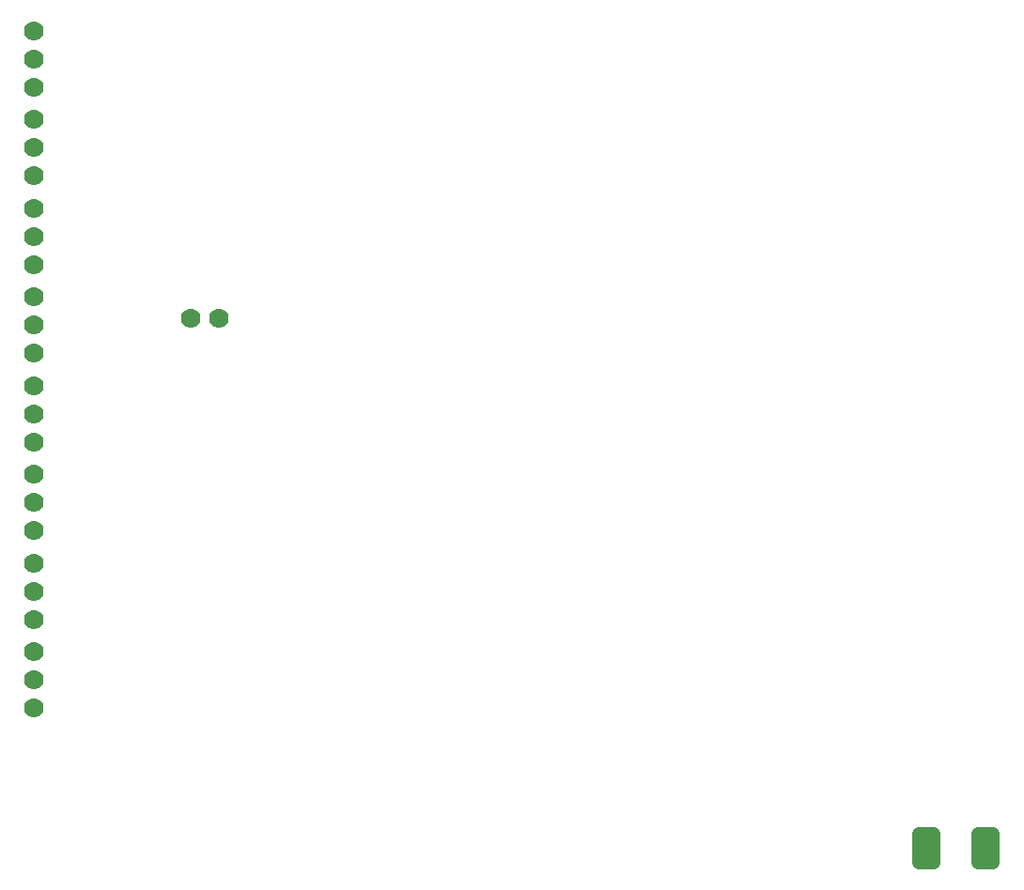
<source format=gbr>
G04 EAGLE Gerber RS-274X export*
G75*
%MOMM*%
%FSLAX34Y34*%
%LPD*%
%INSolderpaste Bottom*%
%IPPOS*%
%AMOC8*
5,1,8,0,0,1.08239X$1,22.5*%
G01*
%ADD10C,1.270000*%
%ADD11C,1.778000*%


D10*
X920863Y278600D02*
X920863Y253200D01*
X908163Y253200D01*
X908163Y278600D01*
X920863Y278600D01*
X920863Y265265D02*
X908163Y265265D01*
X908163Y277330D02*
X920863Y277330D01*
X866850Y278600D02*
X866850Y253200D01*
X854150Y253200D01*
X854150Y278600D01*
X866850Y278600D01*
X866850Y265265D02*
X854150Y265265D01*
X854150Y277330D02*
X866850Y277330D01*
D11*
X223300Y743600D03*
X197900Y743600D03*
X57300Y1002700D03*
X57300Y977300D03*
X57300Y951900D03*
X57300Y682700D03*
X57300Y657300D03*
X57300Y631900D03*
X57300Y842700D03*
X57300Y817300D03*
X57300Y791900D03*
X57300Y762700D03*
X57300Y737300D03*
X57300Y711900D03*
X57300Y922700D03*
X57300Y897300D03*
X57300Y871900D03*
X57300Y602700D03*
X57300Y577300D03*
X57300Y551900D03*
X57300Y522700D03*
X57300Y497300D03*
X57300Y471900D03*
X57300Y442700D03*
X57300Y417300D03*
X57300Y391900D03*
M02*

</source>
